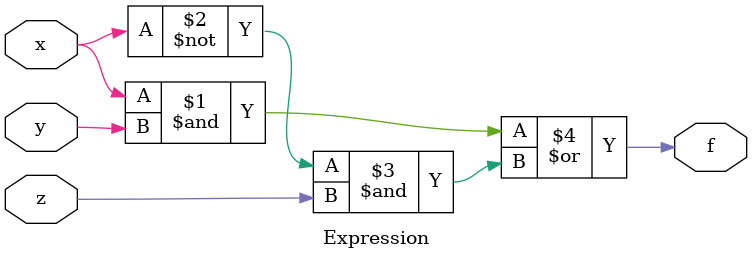
<source format=v>
module Expression(x,y,z,f);
  input x,y,z;
  output f;
  assign f = (x&y)|((~x)&z);
endmodule

</source>
